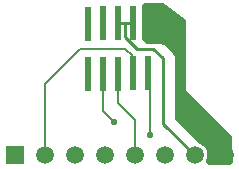
<source format=gbr>
%TF.GenerationSoftware,Novarm,DipTrace,3.2.0.1*%
%TF.CreationDate,2018-06-25T19:00:38-08:00*%
%FSLAX26Y26*%
%MOIN*%
%TF.FileFunction,Copper,L1,Top*%
%TF.Part,Single*%
%TA.AperFunction,Conductor*%
%ADD10C,0.009843*%
%ADD14C,0.006*%
%TA.AperFunction,CopperBalancing*%
%ADD15C,0.025*%
%ADD16R,0.019685X0.11811*%
%TA.AperFunction,ComponentPad*%
%ADD17R,0.059055X0.059055*%
%ADD18C,0.059055*%
%TA.AperFunction,ViaPad*%
%ADD19C,0.021654*%
G75*
G01*
%LPD*%
X837488Y899186D2*
D10*
X812450D1*
X789063D1*
X787882Y898005D1*
X1043199Y457201D2*
X937450Y562950D1*
Y781201D1*
X906200Y812451D1*
X849950D1*
X812450Y849951D1*
Y899186D1*
X543199Y457201D2*
D14*
Y649450D1*
X543699Y649951D1*
Y693701D1*
X662450Y812451D1*
X812450D1*
X837450Y787451D1*
Y729933D1*
X837488Y729895D1*
X774950Y568701D2*
X737488Y606163D1*
Y727927D1*
X843199Y457201D2*
Y575452D1*
X787488Y631163D1*
Y729108D1*
X893700Y524951D2*
Y736894D1*
X887488Y730682D1*
X1143199Y457201D2*
X1130240D1*
X1000000Y587441D1*
Y787462D1*
X887488Y899974D1*
D19*
X774950Y568701D3*
X893700Y524951D3*
X883815Y925146D2*
D15*
X964039D1*
X883815Y900277D2*
X997196D1*
X883815Y875408D2*
X997555D1*
X883815Y850539D2*
X997555D1*
X962186Y825671D2*
X997555D1*
X994445Y651589D2*
X1015784D1*
X994445Y626720D2*
X1040652D1*
X994445Y601852D2*
X1065520D1*
X998393Y576983D2*
X1090388D1*
X1023260Y552114D2*
X1115255D1*
X1048128Y527245D2*
X1140123D1*
X1078809Y502377D2*
X1153831D1*
X1097900Y477508D2*
X1153831D1*
X1101524Y452639D2*
X1153831D1*
X1099046Y452806D2*
X1097671Y444123D1*
X1095579Y437456D1*
X1156337Y437458D1*
X1156328Y513556D1*
X1002449Y667637D1*
X1001013Y670201D1*
X1000215Y673029D1*
X1000062Y684171D1*
Y900014D1*
X933379Y950020D1*
X881323Y950014D1*
X881297Y847793D1*
X887147Y841963D1*
X933515Y841853D1*
X938086Y841129D1*
X942487Y839699D1*
X946610Y837598D1*
X950354Y834877D1*
X983305Y802054D1*
X986310Y798535D1*
X988728Y794589D1*
X990499Y790314D1*
X991579Y785814D1*
X991942Y781191D1*
Y580931D1*
X1063408Y509452D1*
X1068632Y507115D1*
X1076127Y502522D1*
X1082811Y496813D1*
X1088520Y490128D1*
X1093113Y482633D1*
X1096477Y474512D1*
X1098529Y465964D1*
X1099219Y457201D1*
X1099046Y452806D1*
D16*
X887488Y899974D3*
X837488Y899186D3*
X787882Y898005D3*
X737488Y897218D3*
X687488Y896430D3*
Y727139D3*
X737488Y727927D3*
X787488Y729108D3*
X837488Y729895D3*
X887488Y730682D3*
D17*
X443199Y457201D3*
D18*
X543199D3*
X643199D3*
X743199D3*
X843199D3*
X943199D3*
X1043199D3*
X1143199D3*
M02*

</source>
